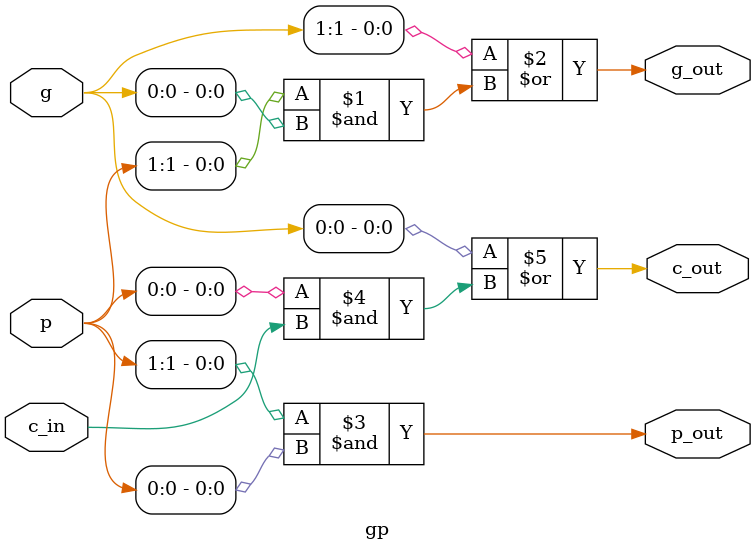
<source format=v>
/************************************************
  The Verilog HDL code example is from the book
  Computer Principles and Design in Verilog HDL
  by Yamin Li, published by A JOHN WILEY & SONS
************************************************/
module gp (g,p,c_in,g_out,p_out,c_out); // carry generator, carry propagator
    input [1:0] g, p;                       // lower  level 2-set of g, p
    input       c_in;                       // lower  level carry_in
    output      g_out,p_out,c_out;          // higher level g, p, carry_out
    assign      g_out = g[1] | p[1] & g[0]; // higher level carry generator
    assign      p_out = p[1] & p[0];        // higher level carry propagator
    assign      c_out = g[0] | p[0] & c_in; // higher level carry_out
endmodule

</source>
